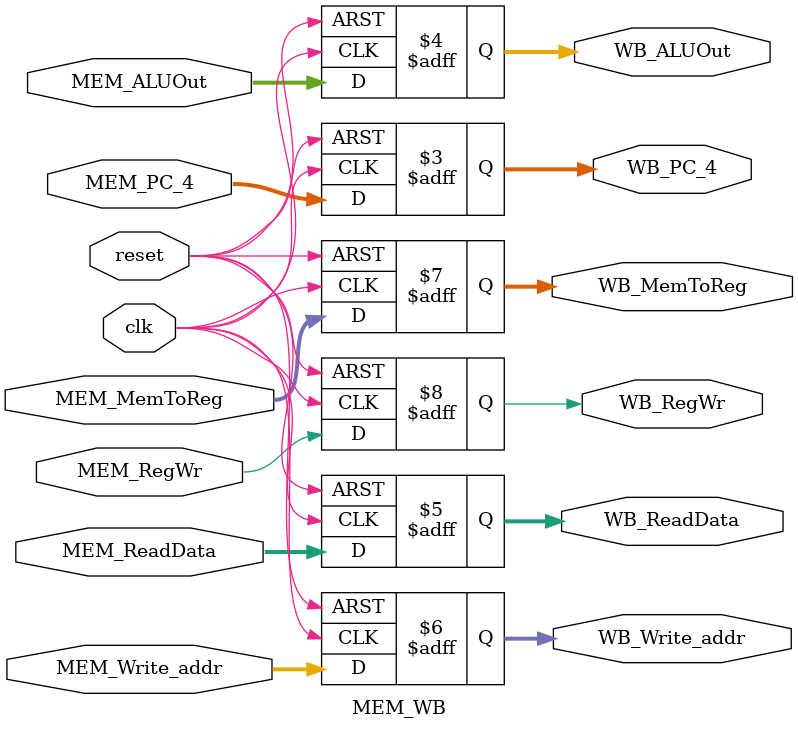
<source format=v>


module IF_ID(clk,reset,//clock and reset
	         IF_ID_Write,//write register
	         IF_ID_Flush,//interrupt erro control
	         IF_PC_4,//PC+4
	         IF_Instruct,ID_PC_4,
	         ID_Instruct);//ID instruction
input [31:0] IF_Instruct,IF_PC_4;
input IF_ID_Write,IF_ID_Flush,clk,reset;
output reg [31:0] ID_Instruct,ID_PC_4;

always@(posedge clk or negedge reset) begin
	if(~reset) //reset
	begin
		ID_PC_4 <= 32'h80000000;
		ID_Instruct <= 32'b0;
	end
	else if(IF_ID_Flush) //interrupt error
	begin
		ID_PC_4 <= 32'h80000000;
		ID_Instruct <= 32'b0;
	end
	else if(IF_ID_Write) //normal
	begin
		ID_PC_4 <= IF_PC_4;
		ID_Instruct <= IF_Instruct;
	end
end
endmodule





//Register between ID AND EX
module ID_EX(clk,reset,//clock and reset
	        ID_EX_Flush,//interrupt  error
			ID_PCSrc,ID_RegDst,ID_RegWr,ID_ALUSrc1,ID_ALUSrc2,//ID control_info
			ID_ALUFun,ID_Sign,ID_MemWr,ID_MemRd,ID_MemToReg,
			ID_Imm32,ID_ConBA0,ID_Shamt,ID_DataBusA,ID_DataBusB,
			ID_Rt,ID_Rs,ID_Rd,//ID register info
			ID_PC_4,//ID PC info
			EX_PCSrc,EX_RegDst,EX_RegWr,EX_ALUSrc1,EX_ALUSrc2,//EX control_info
			EX_ALUFun,EX_Sign,EX_MemWr,EX_MemRd,EX_MemToReg,
			EX_Imm32,EX_ConBA0,EX_Shamt,EX_DataBusA,EX_DataBusB,
			EX_Rt,EX_Rs,EX_Rd,//EX register info
			EX_PC_4);//EX PC info
 input [31:0]ID_PC_4,ID_Imm32,ID_DataBusA,ID_DataBusB,ID_ConBA0;
 input [5:0]ID_ALUFun;
 input [4:0]ID_Rs,ID_Rt,ID_Rd,ID_Shamt;
 input [2:0]ID_PCSrc;
 input [1:0]ID_MemToReg,ID_RegDst;
 input ID_RegWr,ID_ALUSrc1,ID_ALUSrc2,ID_Sign,ID_MemWr,ID_MemRd;
 input ID_EX_Flush,clk,reset;
 output reg [31:0]EX_PC_4,EX_Imm32,EX_DataBusA,EX_DataBusB,EX_ConBA0;
 output reg [5:0]EX_ALUFun;
 output reg [4:0]EX_Rs,EX_Rt,EX_Rd,EX_Shamt;
 output reg [2:0]EX_PCSrc;
 output reg [1:0]EX_MemToReg,EX_RegDst;
 output reg EX_RegWr,EX_ALUSrc1,EX_ALUSrc2,EX_Sign,EX_MemWr,EX_MemRd;

 always @(posedge clk or negedge reset) begin
	if(~reset) //reset
	begin
		EX_PC_4 <= 32'h80000000;
		EX_Imm32 <= 32'b0;
		EX_DataBusA <= 32'b0;
		EX_DataBusB <= 32'b0;
		EX_Shamt <= 5'b0;
		EX_ConBA0 <= 32'b0;
		EX_ALUFun <= 6'b0;
		EX_Rd <= 5'b0;
		EX_Rs <= 5'b0;
		EX_Rt <= 5'b0;
		EX_PCSrc <= 3'b0;
		EX_RegDst <= 2'b0;
		EX_MemToReg <= 2'b0;
		EX_RegWr <= 0;
		EX_ALUSrc1 <= 0;
		EX_ALUSrc2 <= 0;
		EX_Sign <= 0;
		EX_MemWr <= 0;
		EX_MemRd <= 0;
	end
	else if(ID_EX_Flush) //interrupt error
	begin
		EX_Imm32 <= 32'b0;
		EX_DataBusA <= 32'b0;
		EX_DataBusB <= 32'b0;
		EX_Shamt <= 5'b0;
		EX_ConBA0 <= 32'b0;
		EX_ALUFun <= 6'b0;
		EX_Rd <= 5'b0;
		EX_Rs <= 5'b0;
		EX_Rt <= 5'b0;
		EX_PCSrc <= 3'b0;
		EX_RegDst <= 2'b0;
		EX_MemToReg <= 2'b0;
		EX_RegWr <= 0;
		EX_ALUSrc1 <= 0;
		EX_ALUSrc2 <= 0;
		EX_Sign <= 0;
		EX_MemWr <= 0;
		EX_MemRd <= 0;
	end
	else 
	begin //normal
		EX_PC_4 <= ID_PC_4;
		EX_Imm32 <= ID_Imm32;
		EX_DataBusA <= ID_DataBusA;
		EX_DataBusB <= ID_DataBusB;
		EX_Shamt <= ID_Shamt;
		EX_ConBA0 <= ID_ConBA0;
		EX_ALUFun <= ID_ALUFun;
		EX_Rd <= ID_Rd;
		EX_Rs <= ID_Rs;
		EX_Rt <= ID_Rt;
		EX_PCSrc <= ID_PCSrc;
		EX_RegDst <= ID_RegDst;
		EX_MemToReg <= ID_MemToReg;
		EX_RegWr <= ID_RegWr;
		EX_ALUSrc1 <= ID_ALUSrc1;
		EX_ALUSrc2 <= ID_ALUSrc2;
		EX_Sign <= ID_Sign;
		EX_MemWr <= ID_MemWr;
		EX_MemRd <= ID_MemRd;
	end
 end
endmodule





//Register between Ex AND MEM
module EX_MEM(clk,reset,//clock reset
			EX_ALUOut,EX_RegWr,EX_MemToReg,EX_MemRd,EX_MemWr,EX_PC_4,//EX control info
			EX_Write_addr,EX_WriteData,
			MEM_ALUOut,MEM_RegWr,MEM_MemToReg,MEM_MemRd,MEM_MemWr,MEM_PC_4,//MEM control info
			MEM_Write_addr,MEM_WriteData);
input [31:0] EX_PC_4,EX_ALUOut,EX_WriteData;
input [4:0] EX_Write_addr;
input [1:0] EX_MemToReg;
input EX_RegWr,EX_MemRd,EX_MemWr;
input clk,reset;
output reg [31:0] MEM_PC_4,MEM_ALUOut,MEM_WriteData;
output reg [4:0] MEM_Write_addr;
output reg [1:0] MEM_MemToReg;
output reg MEM_RegWr,MEM_MemRd,MEM_MemWr;
always@(negedge reset or posedge clk) begin
	if(~reset) begin
		MEM_PC_4 <= 32'h80000000;
		MEM_ALUOut <= 32'b0;
		MEM_WriteData <= 32'b0;
		MEM_Write_addr <= 5'b0;
		MEM_MemToReg <= 2'b0;
		MEM_RegWr <= 0;
		MEM_MemRd <= 0;
		MEM_MemWr <= 0;
	end
	else begin
		MEM_PC_4 <= EX_PC_4;
		MEM_ALUOut <= EX_ALUOut;
		MEM_WriteData <= EX_WriteData;
		MEM_Write_addr <= EX_Write_addr;
		MEM_MemToReg <= EX_MemToReg;
		MEM_RegWr <= EX_RegWr;
		MEM_MemRd <= EX_MemRd;
		MEM_MemWr <= EX_MemWr;
	end
end
endmodule

module MEM_WB(clk,reset,
			MEM_RegWr,MEM_MemToReg,MEM_Write_addr,MEM_PC_4,MEM_ALUOut,MEM_ReadData,
			WB_RegWr,WB_MemToReg,WB_Write_addr,WB_PC_4,WB_ALUOut,WB_ReadData);
input [31:0] MEM_PC_4,MEM_ALUOut,MEM_ReadData;
input [4:0] MEM_Write_addr;
input [1:0] MEM_MemToReg;
input MEM_RegWr;
input clk,reset;
output reg [31:0] WB_PC_4,WB_ALUOut,WB_ReadData;
output reg [4:0] WB_Write_addr;
output reg [1:0] WB_MemToReg;
output reg WB_RegWr;
always@(posedge clk or negedge reset) begin
	if(~reset) begin 
		WB_PC_4 <= 32'h80000000;
		WB_ALUOut <= 32'b0;
		WB_ReadData <= 32'b0;
		WB_Write_addr <= 5'b0;
		WB_MemToReg <= 2'b0;
		WB_RegWr <= 0;
	end
	else begin
		WB_PC_4 <= MEM_PC_4;
		WB_ALUOut <= MEM_ALUOut;
		WB_ReadData <= MEM_ReadData;
		WB_Write_addr <= MEM_Write_addr;
		WB_MemToReg <= MEM_MemToReg;
		WB_RegWr <= MEM_RegWr;
	end
 end
 endmodule


</source>
